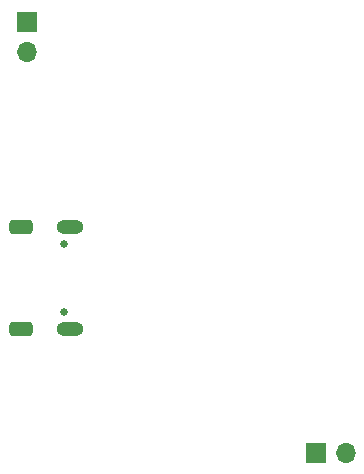
<source format=gbs>
G04 #@! TF.GenerationSoftware,KiCad,Pcbnew,7.0.10*
G04 #@! TF.CreationDate,2024-04-11T23:27:51-07:00*
G04 #@! TF.ProjectId,vibration_circuit,76696272-6174-4696-9f6e-5f6369726375,rev?*
G04 #@! TF.SameCoordinates,Original*
G04 #@! TF.FileFunction,Soldermask,Bot*
G04 #@! TF.FilePolarity,Negative*
%FSLAX46Y46*%
G04 Gerber Fmt 4.6, Leading zero omitted, Abs format (unit mm)*
G04 Created by KiCad (PCBNEW 7.0.10) date 2024-04-11 23:27:51*
%MOMM*%
%LPD*%
G01*
G04 APERTURE LIST*
G04 Aperture macros list*
%AMRoundRect*
0 Rectangle with rounded corners*
0 $1 Rounding radius*
0 $2 $3 $4 $5 $6 $7 $8 $9 X,Y pos of 4 corners*
0 Add a 4 corners polygon primitive as box body*
4,1,4,$2,$3,$4,$5,$6,$7,$8,$9,$2,$3,0*
0 Add four circle primitives for the rounded corners*
1,1,$1+$1,$2,$3*
1,1,$1+$1,$4,$5*
1,1,$1+$1,$6,$7*
1,1,$1+$1,$8,$9*
0 Add four rect primitives between the rounded corners*
20,1,$1+$1,$2,$3,$4,$5,0*
20,1,$1+$1,$4,$5,$6,$7,0*
20,1,$1+$1,$6,$7,$8,$9,0*
20,1,$1+$1,$8,$9,$2,$3,0*%
G04 Aperture macros list end*
%ADD10C,0.650000*%
%ADD11O,2.304000X1.204000*%
%ADD12RoundRect,0.301000X-0.701000X0.301000X-0.701000X-0.301000X0.701000X-0.301000X0.701000X0.301000X0*%
%ADD13R,1.700000X1.700000*%
%ADD14O,1.700000X1.700000*%
G04 APERTURE END LIST*
D10*
X112590000Y-129575000D03*
X112590000Y-135355000D03*
D11*
X113090000Y-128145000D03*
X113090000Y-136785000D03*
D12*
X108910000Y-128145000D03*
X108910000Y-136785000D03*
D13*
X133908800Y-147243800D03*
D14*
X136448800Y-147243800D03*
D13*
X109474000Y-110744000D03*
D14*
X109474000Y-113284000D03*
M02*

</source>
